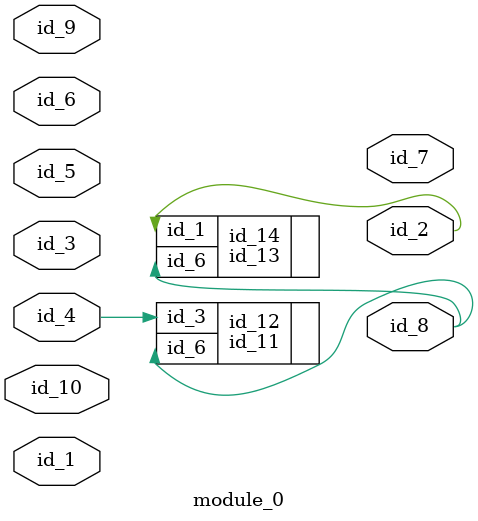
<source format=v>
module module_0 (
    id_1,
    id_2,
    id_3,
    id_4,
    id_5,
    id_6,
    id_7,
    id_8,
    id_9,
    id_10
);
  input id_10;
  input id_9;
  output id_8;
  output id_7;
  input id_6;
  input id_5;
  input id_4;
  input id_3;
  output id_2;
  input id_1;
  id_11 id_12 (
      .id_3(id_4),
      .id_6(id_8)
  );
  id_13 id_14 (
      .id_1(id_2),
      .id_6(id_8)
  );
  id_15 id_16 (
      .id_2 (id_6),
      .id_5 (id_10),
      .id_10(id_10)
  );
endmodule

</source>
